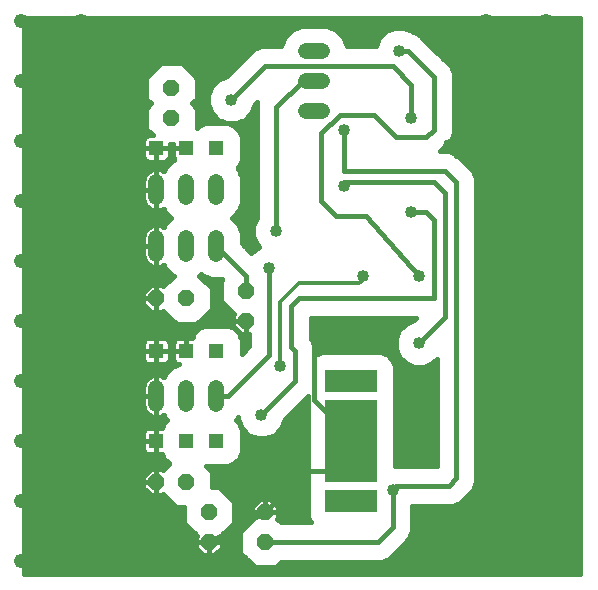
<source format=gbl>
G75*
%MOIN*%
%OFA0B0*%
%FSLAX25Y25*%
%IPPOS*%
%LPD*%
%AMOC8*
5,1,8,0,0,1.08239X$1,22.5*
%
%ADD10OC8,0.05200*%
%ADD11R,0.05150X0.05150*%
%ADD12C,0.05200*%
%ADD13C,0.06600*%
%ADD14R,0.17500X0.27500*%
%ADD15R,0.17500X0.07500*%
%ADD16C,0.01600*%
%ADD17C,0.04000*%
%ADD18C,0.04800*%
%ADD19C,0.01200*%
D10*
X0051800Y0038050D03*
X0061800Y0038050D03*
X0069300Y0028050D03*
X0069300Y0018050D03*
X0088050Y0018050D03*
X0088050Y0028050D03*
X0081800Y0091800D03*
X0081800Y0101800D03*
X0061800Y0099300D03*
X0051800Y0099300D03*
X0056800Y0159300D03*
X0056800Y0169300D03*
D11*
X0051800Y0149300D03*
X0061800Y0149300D03*
X0071800Y0149300D03*
X0071800Y0081800D03*
X0061800Y0081800D03*
X0051800Y0081800D03*
X0051800Y0051800D03*
X0061800Y0051800D03*
X0071800Y0051800D03*
D12*
X0071800Y0064200D02*
X0071800Y0069400D01*
X0061800Y0069400D02*
X0061800Y0064200D01*
X0051800Y0064200D02*
X0051800Y0069400D01*
X0051800Y0114200D02*
X0051800Y0119400D01*
X0061800Y0119400D02*
X0061800Y0114200D01*
X0071800Y0114200D02*
X0071800Y0119400D01*
X0071800Y0132950D02*
X0071800Y0138150D01*
X0061800Y0138150D02*
X0061800Y0132950D01*
X0051800Y0132950D02*
X0051800Y0138150D01*
X0101700Y0161800D02*
X0106900Y0161800D01*
X0106900Y0171800D02*
X0101700Y0171800D01*
X0101700Y0181800D02*
X0106900Y0181800D01*
D13*
X0111800Y0071800D03*
X0111800Y0061800D03*
X0111800Y0051800D03*
X0111800Y0041800D03*
X0111800Y0031800D03*
X0121800Y0031800D03*
X0121800Y0041800D03*
X0121800Y0051800D03*
X0121800Y0061800D03*
X0121800Y0071800D03*
D14*
X0116800Y0051800D03*
D15*
X0116800Y0031800D03*
X0116800Y0071800D03*
D16*
X0007600Y0007600D02*
X0007600Y0192850D01*
X0192850Y0192850D01*
X0192850Y0007600D01*
X0007600Y0007600D01*
X0007600Y0008194D02*
X0192850Y0008194D01*
X0192850Y0009793D02*
X0091672Y0009793D01*
X0091529Y0009650D02*
X0093329Y0011450D01*
X0126863Y0011450D01*
X0129289Y0012455D01*
X0134289Y0017455D01*
X0136145Y0019311D01*
X0137150Y0021737D01*
X0137150Y0030200D01*
X0150613Y0030200D01*
X0153039Y0031205D01*
X0154895Y0033061D01*
X0154895Y0033061D01*
X0157395Y0035561D01*
X0158400Y0037987D01*
X0158400Y0139363D01*
X0157395Y0141789D01*
X0151789Y0147395D01*
X0149363Y0148400D01*
X0146484Y0148400D01*
X0148039Y0149955D01*
X0149895Y0151811D01*
X0150900Y0154237D01*
X0150900Y0174363D01*
X0149895Y0176789D01*
X0141145Y0185539D01*
X0139289Y0187395D01*
X0137229Y0188248D01*
X0137065Y0188413D01*
X0134198Y0189600D01*
X0131095Y0189600D01*
X0128228Y0188413D01*
X0126034Y0186218D01*
X0124867Y0183400D01*
X0115300Y0183400D01*
X0115300Y0183471D01*
X0114021Y0186558D01*
X0111658Y0188921D01*
X0108571Y0190200D01*
X0100029Y0190200D01*
X0096942Y0188921D01*
X0094579Y0186558D01*
X0093300Y0183471D01*
X0093300Y0183400D01*
X0086737Y0183400D01*
X0084311Y0182395D01*
X0082455Y0180539D01*
X0082455Y0180539D01*
X0075266Y0173350D01*
X0075248Y0173350D01*
X0072382Y0172163D01*
X0070187Y0169968D01*
X0069000Y0167102D01*
X0069000Y0163998D01*
X0070187Y0161132D01*
X0072382Y0158937D01*
X0075248Y0157750D01*
X0078352Y0157750D01*
X0081218Y0158937D01*
X0083413Y0161132D01*
X0084600Y0163998D01*
X0084600Y0164016D01*
X0085379Y0164795D01*
X0085200Y0164363D01*
X0085200Y0126231D01*
X0085187Y0126218D01*
X0084000Y0123352D01*
X0084000Y0120248D01*
X0085187Y0117382D01*
X0086137Y0116432D01*
X0084882Y0115913D01*
X0083451Y0114482D01*
X0080200Y0117734D01*
X0080200Y0121071D01*
X0078921Y0124158D01*
X0076904Y0126175D01*
X0078921Y0128192D01*
X0080200Y0131279D01*
X0080200Y0139821D01*
X0078921Y0142908D01*
X0078841Y0142989D01*
X0079292Y0143440D01*
X0080175Y0145571D01*
X0080175Y0153028D01*
X0079292Y0155160D01*
X0077660Y0156792D01*
X0075528Y0157675D01*
X0068071Y0157675D01*
X0065940Y0156792D01*
X0065200Y0156052D01*
X0065200Y0162779D01*
X0063679Y0164300D01*
X0065200Y0165821D01*
X0065200Y0172779D01*
X0060279Y0177700D01*
X0053321Y0177700D01*
X0048400Y0172779D01*
X0048400Y0165821D01*
X0049921Y0164300D01*
X0048400Y0162779D01*
X0048400Y0155821D01*
X0050546Y0153675D01*
X0048988Y0153675D01*
X0048530Y0153552D01*
X0048120Y0153315D01*
X0047785Y0152980D01*
X0047548Y0152570D01*
X0047425Y0152112D01*
X0047425Y0149300D01*
X0051800Y0149300D01*
X0056175Y0149300D01*
X0056175Y0150900D01*
X0057425Y0150900D01*
X0057425Y0149300D01*
X0061800Y0149300D01*
X0061800Y0149300D01*
X0057425Y0149300D01*
X0057425Y0146488D01*
X0057548Y0146030D01*
X0057785Y0145620D01*
X0057814Y0145591D01*
X0057042Y0145271D01*
X0054679Y0142908D01*
X0054230Y0141824D01*
X0054106Y0141913D01*
X0053489Y0142228D01*
X0052830Y0142442D01*
X0052146Y0142550D01*
X0051800Y0142550D01*
X0051800Y0135550D01*
X0051800Y0135550D01*
X0051800Y0128550D01*
X0052146Y0128550D01*
X0052830Y0128658D01*
X0053489Y0128872D01*
X0054106Y0129187D01*
X0054230Y0129276D01*
X0054679Y0128192D01*
X0056696Y0126175D01*
X0054679Y0124158D01*
X0054230Y0123074D01*
X0054106Y0123163D01*
X0053489Y0123478D01*
X0052830Y0123692D01*
X0052146Y0123800D01*
X0051800Y0123800D01*
X0051800Y0116800D01*
X0051800Y0116800D01*
X0051800Y0109800D01*
X0052146Y0109800D01*
X0052830Y0109908D01*
X0053489Y0110122D01*
X0054106Y0110437D01*
X0054230Y0110526D01*
X0054679Y0109442D01*
X0057042Y0107079D01*
X0057507Y0106886D01*
X0053972Y0103351D01*
X0053623Y0103700D01*
X0051800Y0103700D01*
X0051800Y0099300D01*
X0051800Y0099300D01*
X0051800Y0094900D01*
X0053623Y0094900D01*
X0053972Y0095249D01*
X0058321Y0090900D01*
X0065279Y0090900D01*
X0070200Y0095821D01*
X0070200Y0102779D01*
X0066093Y0106886D01*
X0066558Y0107079D01*
X0066800Y0107321D01*
X0067042Y0107079D01*
X0070129Y0105800D01*
X0073466Y0105800D01*
X0073693Y0105573D01*
X0073400Y0105279D01*
X0073400Y0098321D01*
X0077749Y0093972D01*
X0077400Y0093623D01*
X0077400Y0091800D01*
X0081800Y0091800D01*
X0081800Y0087400D01*
X0082700Y0087400D01*
X0082700Y0083284D01*
X0080175Y0080759D01*
X0080175Y0085528D01*
X0079292Y0087660D01*
X0077660Y0089292D01*
X0075528Y0090175D01*
X0068071Y0090175D01*
X0065940Y0089292D01*
X0064308Y0087660D01*
X0063693Y0086175D01*
X0061800Y0086175D01*
X0061800Y0081800D01*
X0061800Y0081800D01*
X0061800Y0081800D01*
X0057425Y0081800D01*
X0057425Y0084612D01*
X0057548Y0085070D01*
X0057785Y0085480D01*
X0058120Y0085815D01*
X0058530Y0086052D01*
X0058988Y0086175D01*
X0061800Y0086175D01*
X0061800Y0081800D01*
X0057425Y0081800D01*
X0057425Y0078988D01*
X0057548Y0078530D01*
X0057785Y0078120D01*
X0058120Y0077785D01*
X0058530Y0077548D01*
X0058988Y0077425D01*
X0059224Y0077425D01*
X0057042Y0076521D01*
X0054679Y0074158D01*
X0054230Y0073074D01*
X0054106Y0073163D01*
X0053489Y0073478D01*
X0052830Y0073692D01*
X0052146Y0073800D01*
X0051800Y0073800D01*
X0051800Y0066800D01*
X0051800Y0066800D01*
X0051800Y0059800D01*
X0052146Y0059800D01*
X0052830Y0059908D01*
X0053489Y0060122D01*
X0054106Y0060437D01*
X0054230Y0060526D01*
X0054679Y0059442D01*
X0055384Y0058736D01*
X0054308Y0057660D01*
X0053693Y0056175D01*
X0051800Y0056175D01*
X0051800Y0051800D01*
X0051800Y0051800D01*
X0051800Y0047425D01*
X0053693Y0047425D01*
X0054308Y0045940D01*
X0055940Y0044308D01*
X0056109Y0044238D01*
X0053972Y0042101D01*
X0053623Y0042450D01*
X0051800Y0042450D01*
X0051800Y0038050D01*
X0051800Y0026800D01*
X0060550Y0018050D01*
X0069300Y0018050D01*
X0088050Y0028050D01*
X0101800Y0041800D01*
X0111800Y0041800D01*
X0121800Y0041800D01*
X0121800Y0051800D01*
X0111800Y0051800D01*
X0111800Y0061800D01*
X0108050Y0061800D01*
X0104300Y0065550D01*
X0104300Y0084300D01*
X0108050Y0088050D01*
X0103400Y0088120D02*
X0132439Y0088120D01*
X0132687Y0088718D02*
X0131500Y0085852D01*
X0131500Y0082748D01*
X0132687Y0079882D01*
X0134882Y0077687D01*
X0137748Y0076500D01*
X0140852Y0076500D01*
X0143718Y0077687D01*
X0145200Y0079169D01*
X0145200Y0043400D01*
X0131350Y0043400D01*
X0131350Y0066704D01*
X0131310Y0066800D01*
X0131350Y0066896D01*
X0131350Y0076704D01*
X0130467Y0078835D01*
X0128835Y0080467D01*
X0126704Y0081350D01*
X0106896Y0081350D01*
X0104765Y0080467D01*
X0104650Y0080352D01*
X0104650Y0083113D01*
X0103645Y0085539D01*
X0103400Y0085784D01*
X0103400Y0092700D01*
X0138366Y0092700D01*
X0137766Y0092100D01*
X0137748Y0092100D01*
X0134882Y0090913D01*
X0132687Y0088718D01*
X0133687Y0089718D02*
X0103400Y0089718D01*
X0103400Y0091317D02*
X0135857Y0091317D01*
X0131777Y0086521D02*
X0103400Y0086521D01*
X0103900Y0084923D02*
X0131500Y0084923D01*
X0131500Y0083324D02*
X0104562Y0083324D01*
X0104650Y0081726D02*
X0131924Y0081726D01*
X0132586Y0080127D02*
X0129175Y0080127D01*
X0130594Y0078529D02*
X0134041Y0078529D01*
X0136710Y0076930D02*
X0131256Y0076930D01*
X0131350Y0075332D02*
X0145200Y0075332D01*
X0145200Y0076930D02*
X0141890Y0076930D01*
X0144559Y0078529D02*
X0145200Y0078529D01*
X0145200Y0073733D02*
X0131350Y0073733D01*
X0131350Y0072134D02*
X0145200Y0072134D01*
X0145200Y0070536D02*
X0131350Y0070536D01*
X0131350Y0068937D02*
X0145200Y0068937D01*
X0145200Y0067339D02*
X0131350Y0067339D01*
X0131350Y0065740D02*
X0145200Y0065740D01*
X0145200Y0064142D02*
X0131350Y0064142D01*
X0131350Y0062543D02*
X0145200Y0062543D01*
X0145200Y0060945D02*
X0131350Y0060945D01*
X0131350Y0059346D02*
X0145200Y0059346D01*
X0145200Y0057748D02*
X0131350Y0057748D01*
X0131350Y0056149D02*
X0145200Y0056149D01*
X0145200Y0054551D02*
X0131350Y0054551D01*
X0131350Y0052952D02*
X0145200Y0052952D01*
X0145200Y0051354D02*
X0131350Y0051354D01*
X0131350Y0049755D02*
X0145200Y0049755D01*
X0145200Y0048157D02*
X0131350Y0048157D01*
X0131350Y0046558D02*
X0145200Y0046558D01*
X0145200Y0044960D02*
X0131350Y0044960D01*
X0131800Y0036800D02*
X0130550Y0035550D01*
X0130550Y0023050D01*
X0125550Y0018050D01*
X0088050Y0018050D01*
X0082300Y0024179D02*
X0077309Y0024179D01*
X0077700Y0024571D02*
X0077700Y0031529D01*
X0072779Y0036450D01*
X0070200Y0036450D01*
X0070200Y0041529D01*
X0068304Y0043425D01*
X0075528Y0043425D01*
X0077660Y0044308D01*
X0079292Y0045940D01*
X0080175Y0048071D01*
X0080175Y0055528D01*
X0079292Y0057660D01*
X0078216Y0058736D01*
X0078921Y0059442D01*
X0079000Y0059632D01*
X0079000Y0058998D01*
X0080187Y0056132D01*
X0082382Y0053937D01*
X0085248Y0052750D01*
X0088352Y0052750D01*
X0091218Y0053937D01*
X0093413Y0056132D01*
X0094600Y0058998D01*
X0094600Y0059016D01*
X0102250Y0066666D01*
X0102250Y0036896D01*
X0102290Y0036800D01*
X0102250Y0036704D01*
X0102250Y0026896D01*
X0103133Y0024765D01*
X0103248Y0024650D01*
X0093329Y0024650D01*
X0092101Y0025878D01*
X0092450Y0026227D01*
X0092450Y0028050D01*
X0092450Y0029873D01*
X0089873Y0032450D01*
X0088050Y0032450D01*
X0088050Y0028050D01*
X0088050Y0028050D01*
X0092450Y0028050D01*
X0088050Y0028050D01*
X0088050Y0028050D01*
X0088050Y0028050D01*
X0083650Y0028050D01*
X0083650Y0029873D01*
X0086227Y0032450D01*
X0088050Y0032450D01*
X0088050Y0028050D01*
X0083650Y0028050D01*
X0083650Y0026227D01*
X0083999Y0025878D01*
X0079650Y0021529D01*
X0079650Y0014571D01*
X0084571Y0009650D01*
X0091529Y0009650D01*
X0093270Y0011391D02*
X0192850Y0011391D01*
X0192850Y0012990D02*
X0129823Y0012990D01*
X0131422Y0014588D02*
X0192850Y0014588D01*
X0192850Y0016187D02*
X0133020Y0016187D01*
X0134619Y0017785D02*
X0192850Y0017785D01*
X0192850Y0019384D02*
X0136175Y0019384D01*
X0136837Y0020982D02*
X0192850Y0020982D01*
X0192850Y0022581D02*
X0137150Y0022581D01*
X0137150Y0024179D02*
X0192850Y0024179D01*
X0192850Y0025778D02*
X0137150Y0025778D01*
X0137150Y0027376D02*
X0192850Y0027376D01*
X0192850Y0028975D02*
X0137150Y0028975D01*
X0131800Y0036800D02*
X0149300Y0036800D01*
X0151800Y0039300D01*
X0151800Y0138050D01*
X0148050Y0141800D01*
X0114300Y0141800D01*
X0114300Y0155550D01*
X0113050Y0160550D02*
X0124300Y0160550D01*
X0131800Y0153050D01*
X0141800Y0153050D01*
X0144300Y0155550D01*
X0144300Y0173050D01*
X0135550Y0181800D01*
X0132646Y0181800D01*
X0130550Y0176800D02*
X0136800Y0170550D01*
X0136800Y0159300D01*
X0146947Y0148863D02*
X0192850Y0148863D01*
X0192850Y0147265D02*
X0151919Y0147265D01*
X0151800Y0146800D02*
X0151800Y0148050D01*
X0149300Y0150550D01*
X0148545Y0150462D02*
X0192850Y0150462D01*
X0192850Y0152060D02*
X0149998Y0152060D01*
X0150660Y0153659D02*
X0192850Y0153659D01*
X0192850Y0155257D02*
X0150900Y0155257D01*
X0150900Y0156856D02*
X0192850Y0156856D01*
X0192850Y0158454D02*
X0150900Y0158454D01*
X0150900Y0160053D02*
X0192850Y0160053D01*
X0192850Y0161651D02*
X0150900Y0161651D01*
X0150900Y0163250D02*
X0192850Y0163250D01*
X0192850Y0164848D02*
X0150900Y0164848D01*
X0150900Y0166447D02*
X0192850Y0166447D01*
X0192850Y0168045D02*
X0150900Y0168045D01*
X0150900Y0169644D02*
X0192850Y0169644D01*
X0192850Y0171242D02*
X0150900Y0171242D01*
X0150900Y0172841D02*
X0192850Y0172841D01*
X0192850Y0174439D02*
X0150868Y0174439D01*
X0150206Y0176038D02*
X0192850Y0176038D01*
X0192850Y0177636D02*
X0149048Y0177636D01*
X0147449Y0179235D02*
X0192850Y0179235D01*
X0192850Y0180833D02*
X0145851Y0180833D01*
X0144252Y0182432D02*
X0192850Y0182432D01*
X0192850Y0184030D02*
X0142654Y0184030D01*
X0141055Y0185629D02*
X0192850Y0185629D01*
X0192850Y0187227D02*
X0139456Y0187227D01*
X0136067Y0188826D02*
X0192850Y0188826D01*
X0192850Y0190424D02*
X0007600Y0190424D01*
X0007600Y0188826D02*
X0096846Y0188826D01*
X0095248Y0187227D02*
X0007600Y0187227D01*
X0007600Y0185629D02*
X0094194Y0185629D01*
X0093532Y0184030D02*
X0007600Y0184030D01*
X0007600Y0182432D02*
X0084400Y0182432D01*
X0082749Y0180833D02*
X0007600Y0180833D01*
X0007600Y0179235D02*
X0081151Y0179235D01*
X0079552Y0177636D02*
X0060343Y0177636D01*
X0061942Y0176038D02*
X0077954Y0176038D01*
X0076355Y0174439D02*
X0063540Y0174439D01*
X0065139Y0172841D02*
X0074019Y0172841D01*
X0071461Y0171242D02*
X0065200Y0171242D01*
X0065200Y0169644D02*
X0070053Y0169644D01*
X0069391Y0168045D02*
X0065200Y0168045D01*
X0065200Y0166447D02*
X0069000Y0166447D01*
X0069000Y0164848D02*
X0064228Y0164848D01*
X0064730Y0163250D02*
X0069310Y0163250D01*
X0069972Y0161651D02*
X0065200Y0161651D01*
X0065200Y0160053D02*
X0071266Y0160053D01*
X0073549Y0158454D02*
X0065200Y0158454D01*
X0065200Y0156856D02*
X0066094Y0156856D01*
X0057425Y0150462D02*
X0056175Y0150462D01*
X0056175Y0149300D02*
X0051800Y0149300D01*
X0051800Y0149300D01*
X0051800Y0144925D01*
X0054612Y0144925D01*
X0055070Y0145048D01*
X0055480Y0145285D01*
X0055815Y0145620D01*
X0056052Y0146030D01*
X0056175Y0146488D01*
X0056175Y0149300D01*
X0056175Y0148863D02*
X0057425Y0148863D01*
X0057425Y0147265D02*
X0056175Y0147265D01*
X0055842Y0145666D02*
X0057758Y0145666D01*
X0055838Y0144068D02*
X0007600Y0144068D01*
X0007600Y0145666D02*
X0047758Y0145666D01*
X0047785Y0145620D02*
X0048120Y0145285D01*
X0048530Y0145048D01*
X0048988Y0144925D01*
X0051800Y0144925D01*
X0051800Y0149300D01*
X0051800Y0149300D01*
X0051800Y0149300D01*
X0047425Y0149300D01*
X0047425Y0146488D01*
X0047548Y0146030D01*
X0047785Y0145620D01*
X0047425Y0147265D02*
X0007600Y0147265D01*
X0007600Y0148863D02*
X0047425Y0148863D01*
X0047425Y0150462D02*
X0007600Y0150462D01*
X0007600Y0152060D02*
X0047425Y0152060D01*
X0048928Y0153659D02*
X0007600Y0153659D01*
X0007600Y0155257D02*
X0048964Y0155257D01*
X0048400Y0156856D02*
X0007600Y0156856D01*
X0007600Y0158454D02*
X0048400Y0158454D01*
X0048400Y0160053D02*
X0007600Y0160053D01*
X0007600Y0161651D02*
X0048400Y0161651D01*
X0048870Y0163250D02*
X0007600Y0163250D01*
X0007600Y0164848D02*
X0049372Y0164848D01*
X0048400Y0166447D02*
X0007600Y0166447D01*
X0007600Y0168045D02*
X0048400Y0168045D01*
X0048400Y0169644D02*
X0007600Y0169644D01*
X0007600Y0171242D02*
X0048400Y0171242D01*
X0048461Y0172841D02*
X0007600Y0172841D01*
X0007600Y0174439D02*
X0050060Y0174439D01*
X0051658Y0176038D02*
X0007600Y0176038D01*
X0007600Y0177636D02*
X0053257Y0177636D01*
X0076800Y0165550D02*
X0088050Y0176800D01*
X0130550Y0176800D01*
X0125128Y0184030D02*
X0115068Y0184030D01*
X0114406Y0185629D02*
X0125790Y0185629D01*
X0127043Y0187227D02*
X0113352Y0187227D01*
X0111754Y0188826D02*
X0129226Y0188826D01*
X0104300Y0171800D02*
X0100550Y0171800D01*
X0091800Y0163050D01*
X0091800Y0121800D01*
X0084635Y0124885D02*
X0078194Y0124885D01*
X0077213Y0126484D02*
X0085200Y0126484D01*
X0085200Y0128082D02*
X0078812Y0128082D01*
X0079538Y0129681D02*
X0085200Y0129681D01*
X0085200Y0131279D02*
X0080200Y0131279D01*
X0080200Y0132878D02*
X0085200Y0132878D01*
X0085200Y0134476D02*
X0080200Y0134476D01*
X0080200Y0136075D02*
X0085200Y0136075D01*
X0085200Y0137673D02*
X0080200Y0137673D01*
X0080200Y0139272D02*
X0085200Y0139272D01*
X0085200Y0140870D02*
X0079765Y0140870D01*
X0079103Y0142469D02*
X0085200Y0142469D01*
X0085200Y0144068D02*
X0079552Y0144068D01*
X0080175Y0145666D02*
X0085200Y0145666D01*
X0085200Y0147265D02*
X0080175Y0147265D01*
X0080175Y0148863D02*
X0085200Y0148863D01*
X0085200Y0150462D02*
X0080175Y0150462D01*
X0080175Y0152060D02*
X0085200Y0152060D01*
X0085200Y0153659D02*
X0079914Y0153659D01*
X0079195Y0155257D02*
X0085200Y0155257D01*
X0085200Y0156856D02*
X0077506Y0156856D01*
X0080051Y0158454D02*
X0085200Y0158454D01*
X0085200Y0160053D02*
X0082333Y0160053D01*
X0083628Y0161651D02*
X0085200Y0161651D01*
X0085200Y0163250D02*
X0084290Y0163250D01*
X0106800Y0154300D02*
X0113050Y0160550D01*
X0106800Y0154300D02*
X0106800Y0131800D01*
X0111800Y0126800D01*
X0121800Y0126800D01*
X0139300Y0106800D01*
X0144300Y0099300D02*
X0144300Y0125550D01*
X0141800Y0128050D01*
X0136800Y0128050D01*
X0144300Y0138050D02*
X0148050Y0134300D01*
X0148050Y0093050D01*
X0139300Y0084300D01*
X0144300Y0099300D02*
X0099300Y0099300D01*
X0096800Y0096800D01*
X0096800Y0083050D01*
X0098050Y0081800D01*
X0098050Y0071800D01*
X0086800Y0060550D01*
X0094082Y0057748D02*
X0102250Y0057748D01*
X0102250Y0059346D02*
X0094930Y0059346D01*
X0096529Y0060945D02*
X0102250Y0060945D01*
X0102250Y0062543D02*
X0098127Y0062543D01*
X0099726Y0064142D02*
X0102250Y0064142D01*
X0102250Y0065740D02*
X0101324Y0065740D01*
X0102250Y0056149D02*
X0093420Y0056149D01*
X0091832Y0054551D02*
X0102250Y0054551D01*
X0102250Y0052952D02*
X0088840Y0052952D01*
X0084760Y0052952D02*
X0080175Y0052952D01*
X0080175Y0051354D02*
X0102250Y0051354D01*
X0102250Y0049755D02*
X0080175Y0049755D01*
X0080175Y0048157D02*
X0102250Y0048157D01*
X0102250Y0046558D02*
X0079548Y0046558D01*
X0078312Y0044960D02*
X0102250Y0044960D01*
X0102250Y0043361D02*
X0068368Y0043361D01*
X0069967Y0041763D02*
X0102250Y0041763D01*
X0102250Y0040164D02*
X0070200Y0040164D01*
X0070200Y0038566D02*
X0102250Y0038566D01*
X0102250Y0036967D02*
X0070200Y0036967D01*
X0073861Y0035369D02*
X0102250Y0035369D01*
X0102250Y0033770D02*
X0075459Y0033770D01*
X0077058Y0032172D02*
X0085949Y0032172D01*
X0088050Y0032172D02*
X0088050Y0032172D01*
X0088050Y0030573D02*
X0088050Y0030573D01*
X0088050Y0028975D02*
X0088050Y0028975D01*
X0084351Y0030573D02*
X0077700Y0030573D01*
X0077700Y0028975D02*
X0083650Y0028975D01*
X0083650Y0027376D02*
X0077700Y0027376D01*
X0077700Y0025778D02*
X0083898Y0025778D01*
X0080701Y0022581D02*
X0075710Y0022581D01*
X0074112Y0020982D02*
X0079650Y0020982D01*
X0079650Y0019384D02*
X0073700Y0019384D01*
X0073700Y0019873D02*
X0073351Y0020222D01*
X0077700Y0024571D01*
X0073700Y0019873D02*
X0073700Y0018050D01*
X0069300Y0018050D01*
X0069300Y0018050D01*
X0073700Y0018050D01*
X0073700Y0016227D01*
X0071123Y0013650D01*
X0069300Y0013650D01*
X0069300Y0018050D01*
X0069300Y0018050D01*
X0069300Y0018050D01*
X0064900Y0018050D01*
X0064900Y0019873D01*
X0065249Y0020222D01*
X0060900Y0024571D01*
X0060900Y0029650D01*
X0058321Y0029650D01*
X0053972Y0033999D01*
X0053623Y0033650D01*
X0051800Y0033650D01*
X0051800Y0038050D01*
X0051800Y0038050D01*
X0051800Y0038050D01*
X0051800Y0038050D01*
X0047400Y0038050D01*
X0047400Y0039873D01*
X0049977Y0042450D01*
X0051800Y0042450D01*
X0051800Y0038050D01*
X0051800Y0033650D01*
X0049977Y0033650D01*
X0047400Y0036227D01*
X0047400Y0038050D01*
X0051800Y0038050D01*
X0051800Y0038566D02*
X0051800Y0038566D01*
X0051800Y0040164D02*
X0051800Y0040164D01*
X0051800Y0041763D02*
X0051800Y0041763D01*
X0049290Y0041763D02*
X0007600Y0041763D01*
X0007600Y0043361D02*
X0055232Y0043361D01*
X0055288Y0044960D02*
X0007600Y0044960D01*
X0007600Y0046558D02*
X0054052Y0046558D01*
X0051800Y0047425D02*
X0051800Y0051800D01*
X0051800Y0051800D01*
X0051800Y0051800D01*
X0047425Y0051800D01*
X0047425Y0054612D01*
X0047548Y0055070D01*
X0047785Y0055480D01*
X0048120Y0055815D01*
X0048530Y0056052D01*
X0048988Y0056175D01*
X0051800Y0056175D01*
X0051800Y0051800D01*
X0047425Y0051800D01*
X0047425Y0048988D01*
X0047548Y0048530D01*
X0047785Y0048120D01*
X0048120Y0047785D01*
X0048530Y0047548D01*
X0048988Y0047425D01*
X0051800Y0047425D01*
X0051800Y0048157D02*
X0051800Y0048157D01*
X0051800Y0049755D02*
X0051800Y0049755D01*
X0051800Y0051354D02*
X0051800Y0051354D01*
X0051800Y0052952D02*
X0051800Y0052952D01*
X0051800Y0054551D02*
X0051800Y0054551D01*
X0051800Y0056149D02*
X0051800Y0056149D01*
X0048893Y0056149D02*
X0007600Y0056149D01*
X0007600Y0054551D02*
X0047425Y0054551D01*
X0047425Y0052952D02*
X0007600Y0052952D01*
X0007600Y0051354D02*
X0047425Y0051354D01*
X0047425Y0049755D02*
X0007600Y0049755D01*
X0007600Y0048157D02*
X0047764Y0048157D01*
X0047692Y0040164D02*
X0007600Y0040164D01*
X0007600Y0038566D02*
X0047400Y0038566D01*
X0047400Y0036967D02*
X0007600Y0036967D01*
X0007600Y0035369D02*
X0048259Y0035369D01*
X0049857Y0033770D02*
X0007600Y0033770D01*
X0007600Y0032172D02*
X0055799Y0032172D01*
X0054200Y0033770D02*
X0053743Y0033770D01*
X0051800Y0033770D02*
X0051800Y0033770D01*
X0051800Y0035369D02*
X0051800Y0035369D01*
X0051800Y0036967D02*
X0051800Y0036967D01*
X0057397Y0030573D02*
X0007600Y0030573D01*
X0007600Y0028975D02*
X0060900Y0028975D01*
X0060900Y0027376D02*
X0007600Y0027376D01*
X0007600Y0025778D02*
X0060900Y0025778D01*
X0061291Y0024179D02*
X0007600Y0024179D01*
X0007600Y0022581D02*
X0062890Y0022581D01*
X0064488Y0020982D02*
X0007600Y0020982D01*
X0007600Y0019384D02*
X0064900Y0019384D01*
X0064900Y0018050D02*
X0064900Y0016227D01*
X0067477Y0013650D01*
X0069300Y0013650D01*
X0069300Y0018050D01*
X0064900Y0018050D01*
X0064900Y0017785D02*
X0007600Y0017785D01*
X0007600Y0016187D02*
X0064941Y0016187D01*
X0066539Y0014588D02*
X0007600Y0014588D01*
X0007600Y0012990D02*
X0081231Y0012990D01*
X0079650Y0014588D02*
X0072061Y0014588D01*
X0073659Y0016187D02*
X0079650Y0016187D01*
X0079650Y0017785D02*
X0073700Y0017785D01*
X0069300Y0017785D02*
X0069300Y0017785D01*
X0069300Y0016187D02*
X0069300Y0016187D01*
X0069300Y0014588D02*
X0069300Y0014588D01*
X0082830Y0011391D02*
X0007600Y0011391D01*
X0007600Y0009793D02*
X0084428Y0009793D01*
X0092202Y0025778D02*
X0102713Y0025778D01*
X0102250Y0027376D02*
X0092450Y0027376D01*
X0092450Y0028975D02*
X0102250Y0028975D01*
X0102250Y0030573D02*
X0091749Y0030573D01*
X0090151Y0032172D02*
X0102250Y0032172D01*
X0081768Y0054551D02*
X0080175Y0054551D01*
X0080180Y0056149D02*
X0079918Y0056149D01*
X0079518Y0057748D02*
X0079204Y0057748D01*
X0079000Y0059346D02*
X0078826Y0059346D01*
X0075550Y0066800D02*
X0071800Y0066800D01*
X0075550Y0066800D02*
X0089300Y0080550D01*
X0089300Y0109300D01*
X0084263Y0115294D02*
X0082639Y0115294D01*
X0081041Y0116893D02*
X0085676Y0116893D01*
X0084728Y0118491D02*
X0080200Y0118491D01*
X0080200Y0120090D02*
X0084066Y0120090D01*
X0084000Y0121688D02*
X0079944Y0121688D01*
X0079282Y0123287D02*
X0084000Y0123287D01*
X0071800Y0116800D02*
X0081800Y0106800D01*
X0081800Y0101800D01*
X0075608Y0096112D02*
X0070200Y0096112D01*
X0070200Y0097711D02*
X0074010Y0097711D01*
X0073400Y0099309D02*
X0070200Y0099309D01*
X0070200Y0100908D02*
X0073400Y0100908D01*
X0073400Y0102506D02*
X0070200Y0102506D01*
X0068875Y0104105D02*
X0073400Y0104105D01*
X0073563Y0105703D02*
X0067276Y0105703D01*
X0066819Y0107302D02*
X0066781Y0107302D01*
X0056819Y0107302D02*
X0007600Y0107302D01*
X0007600Y0108900D02*
X0055220Y0108900D01*
X0054241Y0110499D02*
X0054191Y0110499D01*
X0051800Y0110499D02*
X0051800Y0110499D01*
X0051800Y0109800D02*
X0051800Y0116800D01*
X0051800Y0116800D01*
X0051800Y0116800D01*
X0047400Y0116800D01*
X0047400Y0119746D01*
X0047508Y0120430D01*
X0047722Y0121089D01*
X0048037Y0121706D01*
X0048444Y0122266D01*
X0048934Y0122756D01*
X0049494Y0123163D01*
X0050111Y0123478D01*
X0050770Y0123692D01*
X0051454Y0123800D01*
X0051800Y0123800D01*
X0051800Y0116800D01*
X0047400Y0116800D01*
X0047400Y0113854D01*
X0047508Y0113170D01*
X0047722Y0112511D01*
X0048037Y0111894D01*
X0048444Y0111334D01*
X0048934Y0110844D01*
X0049494Y0110437D01*
X0050111Y0110122D01*
X0050770Y0109908D01*
X0051454Y0109800D01*
X0051800Y0109800D01*
X0051800Y0112097D02*
X0051800Y0112097D01*
X0051800Y0113696D02*
X0051800Y0113696D01*
X0051800Y0115294D02*
X0051800Y0115294D01*
X0051800Y0116893D02*
X0051800Y0116893D01*
X0051800Y0118491D02*
X0051800Y0118491D01*
X0051800Y0120090D02*
X0051800Y0120090D01*
X0051800Y0121688D02*
X0051800Y0121688D01*
X0051800Y0123287D02*
X0051800Y0123287D01*
X0049737Y0123287D02*
X0007600Y0123287D01*
X0007600Y0124885D02*
X0055406Y0124885D01*
X0056387Y0126484D02*
X0007600Y0126484D01*
X0007600Y0128082D02*
X0054788Y0128082D01*
X0051800Y0128550D02*
X0051800Y0135550D01*
X0051800Y0135550D01*
X0051800Y0135550D01*
X0047400Y0135550D01*
X0047400Y0138496D01*
X0047508Y0139180D01*
X0047722Y0139839D01*
X0048037Y0140456D01*
X0048444Y0141016D01*
X0048934Y0141506D01*
X0049494Y0141913D01*
X0050111Y0142228D01*
X0050770Y0142442D01*
X0051454Y0142550D01*
X0051800Y0142550D01*
X0051800Y0135550D01*
X0047400Y0135550D01*
X0047400Y0132604D01*
X0047508Y0131920D01*
X0047722Y0131261D01*
X0048037Y0130644D01*
X0048444Y0130084D01*
X0048934Y0129594D01*
X0049494Y0129187D01*
X0050111Y0128872D01*
X0050770Y0128658D01*
X0051454Y0128550D01*
X0051800Y0128550D01*
X0051800Y0129681D02*
X0051800Y0129681D01*
X0051800Y0131279D02*
X0051800Y0131279D01*
X0051800Y0132878D02*
X0051800Y0132878D01*
X0051800Y0134476D02*
X0051800Y0134476D01*
X0051800Y0136075D02*
X0051800Y0136075D01*
X0051800Y0137673D02*
X0051800Y0137673D01*
X0051800Y0139272D02*
X0051800Y0139272D01*
X0051800Y0140870D02*
X0051800Y0140870D01*
X0051800Y0142469D02*
X0051800Y0142469D01*
X0050942Y0142469D02*
X0007600Y0142469D01*
X0007600Y0140870D02*
X0048338Y0140870D01*
X0047538Y0139272D02*
X0007600Y0139272D01*
X0007600Y0137673D02*
X0047400Y0137673D01*
X0047400Y0136075D02*
X0007600Y0136075D01*
X0007600Y0134476D02*
X0047400Y0134476D01*
X0047400Y0132878D02*
X0007600Y0132878D01*
X0007600Y0131279D02*
X0047716Y0131279D01*
X0048847Y0129681D02*
X0007600Y0129681D01*
X0007600Y0121688D02*
X0048028Y0121688D01*
X0047454Y0120090D02*
X0007600Y0120090D01*
X0007600Y0118491D02*
X0047400Y0118491D01*
X0047400Y0116893D02*
X0007600Y0116893D01*
X0007600Y0115294D02*
X0047400Y0115294D01*
X0047425Y0113696D02*
X0007600Y0113696D01*
X0007600Y0112097D02*
X0047933Y0112097D01*
X0049409Y0110499D02*
X0007600Y0110499D01*
X0007600Y0105703D02*
X0056324Y0105703D01*
X0054725Y0104105D02*
X0007600Y0104105D01*
X0007600Y0102506D02*
X0048784Y0102506D01*
X0049977Y0103700D02*
X0047400Y0101123D01*
X0047400Y0099300D01*
X0051800Y0099300D01*
X0051800Y0099300D01*
X0051800Y0099300D01*
X0051800Y0103700D01*
X0049977Y0103700D01*
X0051800Y0102506D02*
X0051800Y0102506D01*
X0051800Y0100908D02*
X0051800Y0100908D01*
X0051800Y0099309D02*
X0051800Y0099309D01*
X0051800Y0099300D02*
X0047400Y0099300D01*
X0047400Y0097477D01*
X0049977Y0094900D01*
X0051800Y0094900D01*
X0051800Y0099300D01*
X0051800Y0097711D02*
X0051800Y0097711D01*
X0051800Y0096112D02*
X0051800Y0096112D01*
X0048765Y0096112D02*
X0007600Y0096112D01*
X0007600Y0094514D02*
X0054707Y0094514D01*
X0056305Y0092915D02*
X0007600Y0092915D01*
X0007600Y0091317D02*
X0057904Y0091317D01*
X0055070Y0086052D02*
X0054612Y0086175D01*
X0051800Y0086175D01*
X0051800Y0081800D01*
X0051800Y0081800D01*
X0056175Y0081800D01*
X0056175Y0084612D01*
X0056052Y0085070D01*
X0055815Y0085480D01*
X0055480Y0085815D01*
X0055070Y0086052D01*
X0056092Y0084923D02*
X0057508Y0084923D01*
X0057425Y0083324D02*
X0056175Y0083324D01*
X0056175Y0081800D02*
X0051800Y0081800D01*
X0051800Y0081800D01*
X0051800Y0081800D01*
X0047425Y0081800D01*
X0047425Y0084612D01*
X0047548Y0085070D01*
X0047785Y0085480D01*
X0048120Y0085815D01*
X0048530Y0086052D01*
X0048988Y0086175D01*
X0051800Y0086175D01*
X0051800Y0081800D01*
X0051800Y0077425D01*
X0048988Y0077425D01*
X0048530Y0077548D01*
X0048120Y0077785D01*
X0047785Y0078120D01*
X0047548Y0078530D01*
X0047425Y0078988D01*
X0047425Y0081800D01*
X0051800Y0081800D01*
X0051800Y0081800D01*
X0051800Y0077425D01*
X0054612Y0077425D01*
X0055070Y0077548D01*
X0055480Y0077785D01*
X0055815Y0078120D01*
X0056052Y0078530D01*
X0056175Y0078988D01*
X0056175Y0081800D01*
X0056175Y0081726D02*
X0057425Y0081726D01*
X0057425Y0080127D02*
X0056175Y0080127D01*
X0056051Y0078529D02*
X0057549Y0078529D01*
X0058029Y0076930D02*
X0007600Y0076930D01*
X0007600Y0075332D02*
X0055852Y0075332D01*
X0054503Y0073733D02*
X0052569Y0073733D01*
X0051800Y0073733D02*
X0051800Y0073733D01*
X0051800Y0073800D02*
X0051454Y0073800D01*
X0050770Y0073692D01*
X0050111Y0073478D01*
X0049494Y0073163D01*
X0048934Y0072756D01*
X0048444Y0072266D01*
X0048037Y0071706D01*
X0047722Y0071089D01*
X0047508Y0070430D01*
X0047400Y0069746D01*
X0047400Y0066800D01*
X0051800Y0066800D01*
X0051800Y0066800D01*
X0051800Y0066800D01*
X0051800Y0073800D01*
X0051031Y0073733D02*
X0007600Y0073733D01*
X0007600Y0072134D02*
X0048348Y0072134D01*
X0047543Y0070536D02*
X0007600Y0070536D01*
X0007600Y0068937D02*
X0047400Y0068937D01*
X0047400Y0067339D02*
X0007600Y0067339D01*
X0007600Y0065740D02*
X0047400Y0065740D01*
X0047400Y0066800D02*
X0047400Y0063854D01*
X0047508Y0063170D01*
X0047722Y0062511D01*
X0048037Y0061894D01*
X0048444Y0061334D01*
X0048934Y0060844D01*
X0049494Y0060437D01*
X0050111Y0060122D01*
X0050770Y0059908D01*
X0051454Y0059800D01*
X0051800Y0059800D01*
X0051800Y0066800D01*
X0047400Y0066800D01*
X0047400Y0064142D02*
X0007600Y0064142D01*
X0007600Y0062543D02*
X0047712Y0062543D01*
X0048833Y0060945D02*
X0007600Y0060945D01*
X0007600Y0059346D02*
X0054774Y0059346D01*
X0054396Y0057748D02*
X0007600Y0057748D01*
X0007600Y0078529D02*
X0047549Y0078529D01*
X0047425Y0080127D02*
X0007600Y0080127D01*
X0007600Y0081726D02*
X0047425Y0081726D01*
X0047425Y0083324D02*
X0007600Y0083324D01*
X0007600Y0084923D02*
X0047508Y0084923D01*
X0051800Y0084923D02*
X0051800Y0084923D01*
X0051800Y0083324D02*
X0051800Y0083324D01*
X0051800Y0081726D02*
X0051800Y0081726D01*
X0051800Y0080127D02*
X0051800Y0080127D01*
X0051800Y0078529D02*
X0051800Y0078529D01*
X0051800Y0072134D02*
X0051800Y0072134D01*
X0051800Y0070536D02*
X0051800Y0070536D01*
X0051800Y0068937D02*
X0051800Y0068937D01*
X0051800Y0067339D02*
X0051800Y0067339D01*
X0051800Y0065740D02*
X0051800Y0065740D01*
X0051800Y0064142D02*
X0051800Y0064142D01*
X0051800Y0062543D02*
X0051800Y0062543D01*
X0051800Y0060945D02*
X0051800Y0060945D01*
X0061800Y0083324D02*
X0061800Y0083324D01*
X0061800Y0084923D02*
X0061800Y0084923D01*
X0063836Y0086521D02*
X0007600Y0086521D01*
X0007600Y0088120D02*
X0064768Y0088120D01*
X0066969Y0089718D02*
X0007600Y0089718D01*
X0007600Y0097711D02*
X0047400Y0097711D01*
X0047400Y0099309D02*
X0007600Y0099309D01*
X0007600Y0100908D02*
X0047400Y0100908D01*
X0065696Y0091317D02*
X0077400Y0091317D01*
X0077400Y0091800D02*
X0077400Y0089977D01*
X0079977Y0087400D01*
X0081800Y0087400D01*
X0081800Y0091800D01*
X0081800Y0091800D01*
X0081800Y0091800D01*
X0077400Y0091800D01*
X0077400Y0092915D02*
X0067295Y0092915D01*
X0068893Y0094514D02*
X0077207Y0094514D01*
X0081800Y0091317D02*
X0081800Y0091317D01*
X0081800Y0089718D02*
X0081800Y0089718D01*
X0081800Y0088120D02*
X0081800Y0088120D01*
X0082700Y0086521D02*
X0079764Y0086521D01*
X0080175Y0084923D02*
X0082700Y0084923D01*
X0082700Y0083324D02*
X0080175Y0083324D01*
X0080175Y0081726D02*
X0081142Y0081726D01*
X0079258Y0088120D02*
X0078832Y0088120D01*
X0077659Y0089718D02*
X0076631Y0089718D01*
X0111800Y0071800D02*
X0121800Y0071800D01*
X0121800Y0061800D02*
X0111800Y0061800D01*
X0151514Y0030573D02*
X0192850Y0030573D01*
X0192850Y0032172D02*
X0154006Y0032172D01*
X0155604Y0033770D02*
X0192850Y0033770D01*
X0192850Y0035369D02*
X0157203Y0035369D01*
X0157978Y0036967D02*
X0192850Y0036967D01*
X0192850Y0038566D02*
X0158400Y0038566D01*
X0158400Y0040164D02*
X0192850Y0040164D01*
X0192850Y0041763D02*
X0158400Y0041763D01*
X0158400Y0043361D02*
X0192850Y0043361D01*
X0192850Y0044960D02*
X0158400Y0044960D01*
X0158400Y0046558D02*
X0192850Y0046558D01*
X0192850Y0048157D02*
X0158400Y0048157D01*
X0158400Y0049755D02*
X0192850Y0049755D01*
X0192850Y0051354D02*
X0158400Y0051354D01*
X0158400Y0052952D02*
X0192850Y0052952D01*
X0192850Y0054551D02*
X0158400Y0054551D01*
X0158400Y0056149D02*
X0192850Y0056149D01*
X0192850Y0057748D02*
X0158400Y0057748D01*
X0158400Y0059346D02*
X0192850Y0059346D01*
X0192850Y0060945D02*
X0158400Y0060945D01*
X0158400Y0062543D02*
X0192850Y0062543D01*
X0192850Y0064142D02*
X0158400Y0064142D01*
X0158400Y0065740D02*
X0192850Y0065740D01*
X0192850Y0067339D02*
X0158400Y0067339D01*
X0158400Y0068937D02*
X0192850Y0068937D01*
X0192850Y0070536D02*
X0158400Y0070536D01*
X0158400Y0072134D02*
X0192850Y0072134D01*
X0192850Y0073733D02*
X0158400Y0073733D01*
X0158400Y0075332D02*
X0192850Y0075332D01*
X0192850Y0076930D02*
X0158400Y0076930D01*
X0158400Y0078529D02*
X0192850Y0078529D01*
X0192850Y0080127D02*
X0158400Y0080127D01*
X0158400Y0081726D02*
X0192850Y0081726D01*
X0192850Y0083324D02*
X0158400Y0083324D01*
X0158400Y0084923D02*
X0192850Y0084923D01*
X0192850Y0086521D02*
X0158400Y0086521D01*
X0158400Y0088120D02*
X0192850Y0088120D01*
X0192850Y0089718D02*
X0158400Y0089718D01*
X0158400Y0091317D02*
X0192850Y0091317D01*
X0192850Y0092915D02*
X0158400Y0092915D01*
X0158400Y0094514D02*
X0192850Y0094514D01*
X0192850Y0096112D02*
X0158400Y0096112D01*
X0158400Y0097711D02*
X0192850Y0097711D01*
X0192850Y0099309D02*
X0158400Y0099309D01*
X0158400Y0100908D02*
X0192850Y0100908D01*
X0192850Y0102506D02*
X0158400Y0102506D01*
X0158400Y0104105D02*
X0192850Y0104105D01*
X0192850Y0105703D02*
X0158400Y0105703D01*
X0158400Y0107302D02*
X0192850Y0107302D01*
X0192850Y0108900D02*
X0158400Y0108900D01*
X0158400Y0110499D02*
X0192850Y0110499D01*
X0192850Y0112097D02*
X0158400Y0112097D01*
X0158400Y0113696D02*
X0192850Y0113696D01*
X0192850Y0115294D02*
X0158400Y0115294D01*
X0158400Y0116893D02*
X0192850Y0116893D01*
X0192850Y0118491D02*
X0158400Y0118491D01*
X0158400Y0120090D02*
X0192850Y0120090D01*
X0192850Y0121688D02*
X0158400Y0121688D01*
X0158400Y0123287D02*
X0192850Y0123287D01*
X0192850Y0124885D02*
X0158400Y0124885D01*
X0158400Y0126484D02*
X0192850Y0126484D01*
X0192850Y0128082D02*
X0158400Y0128082D01*
X0158400Y0129681D02*
X0192850Y0129681D01*
X0192850Y0131279D02*
X0158400Y0131279D01*
X0158400Y0132878D02*
X0192850Y0132878D01*
X0192850Y0134476D02*
X0158400Y0134476D01*
X0158400Y0136075D02*
X0192850Y0136075D01*
X0192850Y0137673D02*
X0158400Y0137673D01*
X0158400Y0139272D02*
X0192850Y0139272D01*
X0192850Y0140870D02*
X0157776Y0140870D01*
X0156715Y0142469D02*
X0192850Y0142469D01*
X0192850Y0144068D02*
X0155116Y0144068D01*
X0153518Y0145666D02*
X0192850Y0145666D01*
X0192850Y0192023D02*
X0007600Y0192023D01*
X0051800Y0148863D02*
X0051800Y0148863D01*
X0051800Y0147265D02*
X0051800Y0147265D01*
X0051800Y0145666D02*
X0051800Y0145666D01*
X0052658Y0142469D02*
X0054497Y0142469D01*
X0054318Y0123287D02*
X0053863Y0123287D01*
X0114300Y0136800D02*
X0114300Y0138050D01*
X0144300Y0138050D01*
D17*
X0136800Y0128050D03*
X0139300Y0106800D03*
X0120550Y0106800D03*
X0108050Y0088050D03*
X0093050Y0076800D03*
X0086800Y0060550D03*
X0130550Y0035550D03*
X0139300Y0084300D03*
X0091800Y0121800D03*
X0089300Y0109300D03*
X0114300Y0136800D03*
X0114300Y0155550D03*
X0136800Y0159300D03*
X0149300Y0150550D03*
X0132646Y0181800D03*
X0076800Y0165550D03*
D18*
X0026800Y0171800D03*
X0016800Y0161800D03*
X0006800Y0151800D03*
X0016800Y0141800D03*
X0006800Y0131800D03*
X0016800Y0121800D03*
X0006800Y0111800D03*
X0016800Y0101800D03*
X0006800Y0091800D03*
X0016800Y0081800D03*
X0006800Y0071800D03*
X0016800Y0061800D03*
X0006800Y0051800D03*
X0016800Y0041800D03*
X0006800Y0031800D03*
X0016800Y0021800D03*
X0006800Y0011800D03*
X0026800Y0011800D03*
X0026800Y0031800D03*
X0026800Y0051800D03*
X0026800Y0071800D03*
X0026800Y0091800D03*
X0026800Y0111800D03*
X0026800Y0131800D03*
X0026800Y0151800D03*
X0006800Y0171800D03*
X0016800Y0181800D03*
X0006800Y0191800D03*
X0026800Y0191800D03*
X0161800Y0191800D03*
X0171800Y0181800D03*
X0161800Y0171800D03*
X0171800Y0161800D03*
X0161800Y0151800D03*
X0171800Y0141800D03*
X0161800Y0131800D03*
X0171800Y0121800D03*
X0161800Y0111800D03*
X0171800Y0101800D03*
X0161800Y0091800D03*
X0171800Y0081800D03*
X0161800Y0071800D03*
X0171800Y0061800D03*
X0161800Y0051800D03*
X0171800Y0041800D03*
X0161800Y0031800D03*
X0171800Y0021800D03*
X0161800Y0011800D03*
X0181800Y0011800D03*
X0191800Y0021800D03*
X0181800Y0031800D03*
X0191800Y0041800D03*
X0181800Y0051800D03*
X0191800Y0061800D03*
X0181800Y0071800D03*
X0191800Y0081800D03*
X0181800Y0091800D03*
X0191800Y0101800D03*
X0181800Y0111800D03*
X0191800Y0121800D03*
X0181800Y0131800D03*
X0191800Y0141800D03*
X0181800Y0151800D03*
X0191800Y0161800D03*
X0181800Y0171800D03*
X0191800Y0181800D03*
X0181800Y0191800D03*
D19*
X0120550Y0106800D02*
X0120550Y0105550D01*
X0119300Y0104300D01*
X0099300Y0104300D01*
X0093050Y0098050D01*
X0093050Y0076800D01*
M02*

</source>
